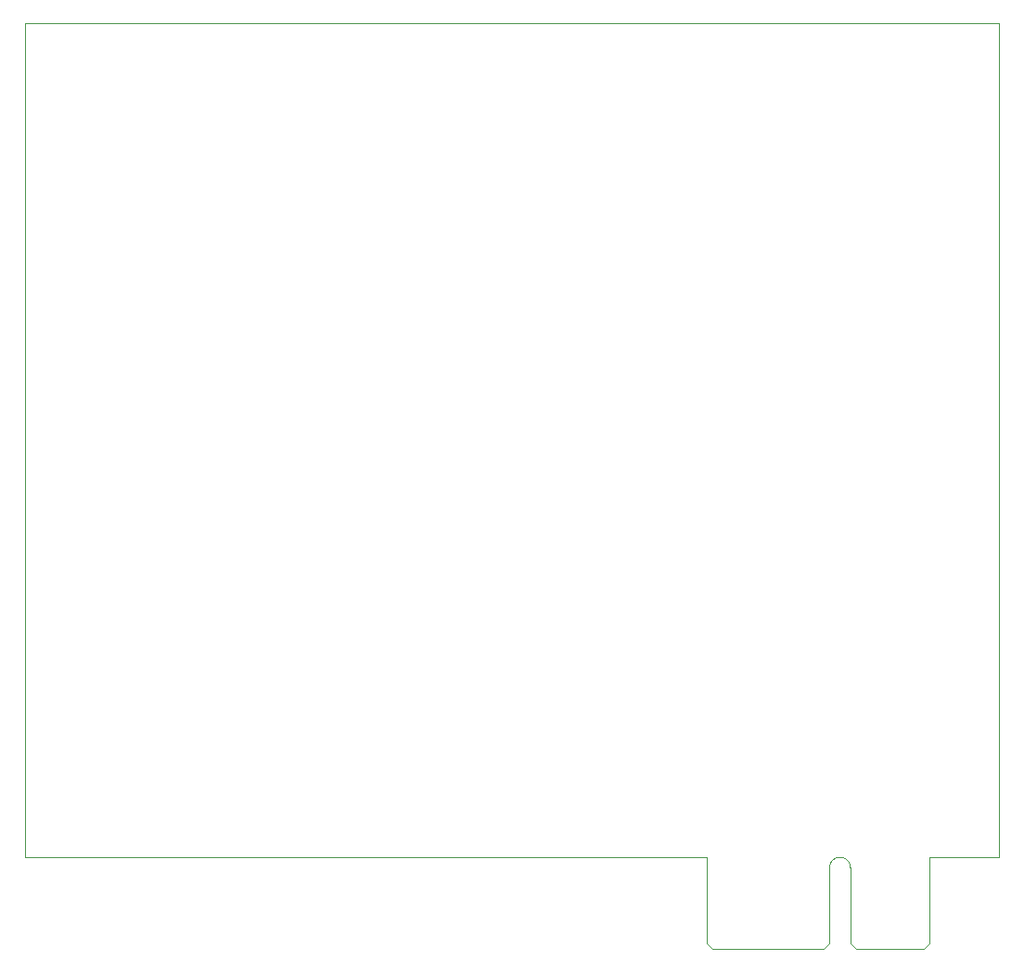
<source format=gbr>
%TF.GenerationSoftware,KiCad,Pcbnew,7.0.7*%
%TF.CreationDate,2023-10-23T22:40:39-07:00*%
%TF.ProjectId,MOSFET-board,4d4f5346-4554-42d6-926f-6172642e6b69,rev?*%
%TF.SameCoordinates,Original*%
%TF.FileFunction,Profile,NP*%
%FSLAX46Y46*%
G04 Gerber Fmt 4.6, Leading zero omitted, Abs format (unit mm)*
G04 Created by KiCad (PCBNEW 7.0.7) date 2023-10-23 22:40:39*
%MOMM*%
%LPD*%
G01*
G04 APERTURE LIST*
%TA.AperFunction,Profile*%
%ADD10C,0.100000*%
%TD*%
G04 APERTURE END LIST*
D10*
X182900160Y-139691000D02*
X120650000Y-139700000D01*
X209550000Y-63500000D02*
X209550000Y-139700000D01*
X120650000Y-63500000D02*
X209550000Y-63500000D01*
X209550000Y-139700000D02*
X203200160Y-139691000D01*
X120650000Y-139700000D02*
X120650000Y-63500000D01*
%TO.C,J1*%
X182900160Y-139691000D02*
X182900160Y-147591000D01*
X182900160Y-147591000D02*
X183400160Y-148091000D01*
X183400160Y-148091000D02*
X193600160Y-148091000D01*
X194100160Y-140641000D02*
X194100160Y-147591000D01*
X194100160Y-147591000D02*
X193600160Y-148091000D01*
X196000160Y-140641000D02*
X196000160Y-147591000D01*
X196000160Y-147591000D02*
X196500160Y-148091000D01*
X196500160Y-148091000D02*
X202700160Y-148091000D01*
X203200160Y-139691000D02*
X203200160Y-147591000D01*
X203200160Y-147591000D02*
X202700160Y-148091000D01*
X196000160Y-140641000D02*
G75*
G03*
X194100160Y-140641000I-950000J0D01*
G01*
%TD*%
M02*

</source>
